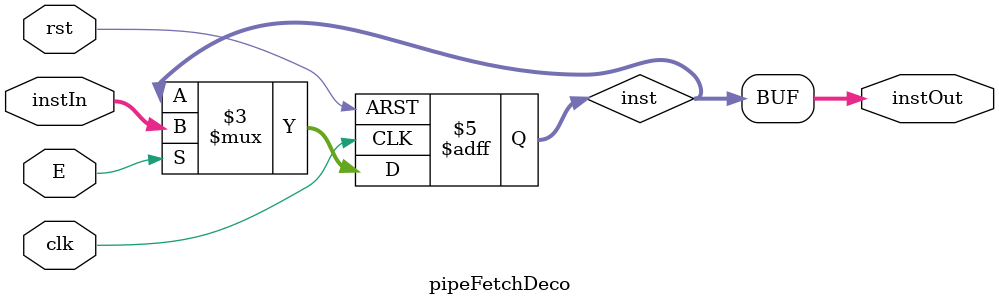
<source format=sv>
module pipeFetchDeco(
	input logic clk,
	input logic rst,
	input logic E,

	input logic [0:31] instIn,
	output logic [0:31] instOut
);

logic [0:31] inst;

always_ff @(posedge clk or negedge rst)
begin
	if(~rst)
		begin
		inst <= 0;
		end
	else
		begin
		if(E)
			begin
			inst <= instIn;
			end
		end
end

assign instOut = inst;

endmodule

</source>
